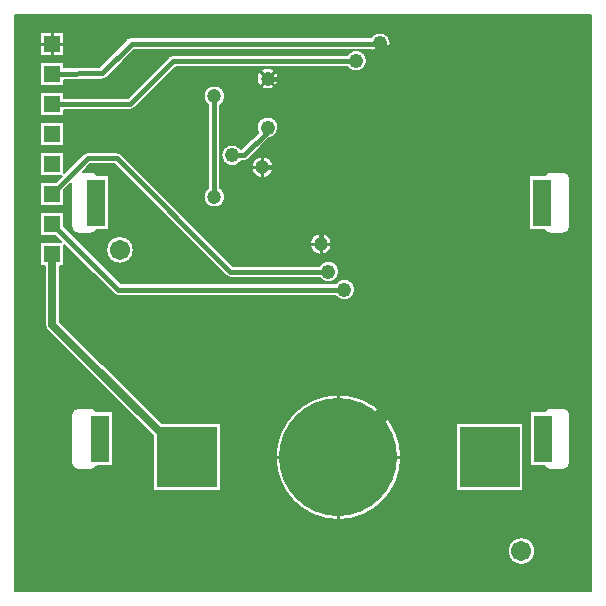
<source format=gbr>
%FSLAX35Y35*%
%MOIN*%
G04 EasyPC Gerber Version 18.0.9 Build 3640 *
%ADD76R,0.06000X0.15748*%
%ADD77R,0.20079X0.20079*%
%ADD71R,0.05512X0.05512*%
%ADD11C,0.00500*%
%ADD75C,0.01000*%
%ADD20C,0.01500*%
%ADD79C,0.02500*%
%ADD21C,0.04724*%
%ADD22C,0.04800*%
%ADD80C,0.05000*%
%ADD15C,0.06000*%
%ADD18C,0.06706*%
%ADD78C,0.39370*%
X0Y0D02*
D02*
D11*
X6829Y8829D02*
X198679D01*
Y200679*
X6829*
Y8829*
X15244Y157244D02*
Y165256D01*
X23256*
Y157244*
X15244*
Y187244D02*
Y195256D01*
X23256*
Y187244*
X15244*
X16750Y117244D02*
X15244D01*
Y125256*
X22177*
X20196Y127244*
X15244*
Y135256*
X23256*
Y130286*
X42067Y111407*
X113589*
G75*
G02X120183Y109250I2944J-2157*
G01*
G75*
G02X113589Y107093I-3650*
G01*
X41171*
G75*
G02X39643Y107727J2157*
G01*
X23256Y124173*
Y117244*
X21750*
Y98526*
X55630Y64646*
X75461*
Y42067*
X52882*
Y60323*
X17482Y95722*
G75*
G02X16750Y97490I1768J1768*
G01*
Y117244*
X20428Y145256D02*
X22416Y147244D01*
X15244*
Y155256*
X23256*
Y148084*
X29568Y154396*
G75*
G02X30982Y154982I1414J-1414*
G01*
X40746*
G75*
G02X42160Y154396J-2000*
G01*
X79307Y117250*
X108197*
G75*
G02X114900Y115250I3053J-2000*
G01*
G75*
G02X108197Y113250I-3650*
G01*
X78478*
G75*
G02X77064Y113836J2000*
G01*
X39918Y150982*
X31811*
X29421Y148593*
X31888*
G75*
G02X34053Y147343J-2500*
G01*
X38106*
Y129094*
X34053*
G75*
G02X31888Y127844I-2165J1250*
G01*
X27951*
G75*
G02X25451Y130344J2500*
G01*
Y144622*
X23256Y142428*
Y137244*
X15244*
Y145256*
X20428*
X23256Y169250D02*
Y167244D01*
X15244*
Y175256*
X23256*
Y173250*
X44406*
X58033Y186877*
G75*
G02X59447Y187463I1414J-1414*
G01*
X117417*
G75*
G02X124120Y185463I3053J-2000*
G01*
G75*
G02X117417Y183463I-3650*
G01*
X60275*
X46648Y169836*
G75*
G02X45234Y169250I-1414J1414*
G01*
X23256*
Y179130D02*
Y177244D01*
X15244*
Y185256*
X23256*
Y183446*
X34915Y183556*
X44133Y192885*
G75*
G02X45667Y193526I1535J-1517*
G01*
X125400*
G75*
G02X131994Y191368I2944J-2157*
G01*
G75*
G02X125400Y189211I-3650*
G01*
X46569*
X37359Y179891*
G75*
G02X35845Y179250I-1535J1517*
G01*
X23256Y179130*
X34053Y50354D02*
G75*
G02X31888Y49104I-2165J1250D01*
G01*
X27951*
G75*
G02X25451Y51604J2500*
G01*
Y67352*
G75*
G02X27951Y69852I2500*
G01*
X31888*
G75*
G02X34053Y68602J-2500*
G01*
X39287*
Y50354*
X34053*
X37128Y122470D02*
G75*
G02X46333I4603D01*
G01*
G75*
G02X37128I-4603*
G01*
X71226Y143195D02*
Y170644D01*
G75*
G02X69614Y173652I2000J3008*
G01*
G75*
G02X76839I3612*
G01*
G75*
G02X75226Y170644I-3612*
G01*
Y143195*
G75*
G02X76839Y140187I-2000J-3008*
G01*
G75*
G02X69614I-3612*
G01*
G75*
G02X71226Y143195I3612*
G01*
X82185Y151967D02*
G75*
G02X75482Y153967I-3053J2000D01*
G01*
G75*
G02X82185Y155967I3650*
G01*
X82241*
X87740Y161466*
G75*
G02X87292Y163219I3203J1752*
G01*
G75*
G02X94594I3651*
G01*
G75*
G02X91549Y159619I-3651*
G01*
X84483Y152552*
G75*
G02X83069Y151967I-1414J1414*
G01*
X82185*
X85638Y150030D02*
G75*
G02X92862I3612D01*
G01*
G75*
G02X85638I-3612*
G01*
X87331Y179557D02*
G75*
G02X94555I3612D01*
G01*
G75*
G02X87331I-3612*
G01*
X93630Y53356D02*
G75*
G02X135500I20935D01*
G01*
G75*
G02X93630I-20935*
G01*
X105047Y124439D02*
G75*
G02X112272I3612D01*
G01*
G75*
G02X105047I-3612*
G01*
X153669Y42067D02*
Y64646D01*
X176248*
Y42067*
X153669*
X170986Y22077D02*
G75*
G02X180191I4603D01*
G01*
G75*
G02X170986I-4603*
G01*
X183266Y50354D02*
X178425D01*
Y68602*
X183266*
G75*
G02X185431Y69852I2165J-1250*
G01*
X189368*
G75*
G02X191868Y67352J-2500*
G01*
Y51604*
G75*
G02X189368Y49104I-2500*
G01*
X185431*
G75*
G02X183266Y50354J2500*
G01*
Y129094D02*
X178031D01*
Y147343*
X183266*
G75*
G02X185431Y148593I2165J-1250*
G01*
X189368*
G75*
G02X191868Y146093J-2500*
G01*
Y130344*
G75*
G02X189368Y127844I-2500*
G01*
X185431*
G75*
G02X183266Y129094J2500*
G01*
X6829Y161250D02*
G36*
Y150030D01*
X15244*
Y155256*
X23256*
Y148084*
X29568Y154396*
G75*
G02X30982Y154982I1414J-1414*
G01*
X40746*
G75*
G02X42160Y154396J-2000*
G01*
X46527Y150030*
X71226*
Y161250*
X23256*
Y157244*
X15244*
Y161250*
X6829*
G37*
X15244D02*
G36*
Y165256D01*
X23256*
Y161250*
X71226*
Y170644*
G75*
G02X69614Y173652I2000J3008*
G01*
G75*
G02X76839I3612*
G01*
G75*
G02X75226Y170644I-3612*
G01*
Y161250*
X87524*
X87740Y161466*
G75*
G02X87292Y163219I3203J1752*
G01*
G75*
G02X94594I3651*
G01*
G75*
G02X94017Y161250I-3651J0*
G01*
X198679*
Y178178*
X94281*
G75*
G02X87604I-3339J1379*
G01*
X54991*
X46648Y169836*
G75*
G02X45234Y169250I-1414J1414*
G01*
X23256*
Y167244*
X15244*
Y175256*
X23256*
Y173250*
X44406*
X49334Y178178*
X23256*
Y177244*
X15244*
Y178178*
X6829*
Y161250*
X15244*
G37*
X75226D02*
G36*
Y150030D01*
X85638*
G75*
G02X92862I3612*
G01*
X198679*
Y161250*
X94017*
G75*
G02X91549Y159619I-3074J1969*
G01*
X84483Y152552*
G75*
G02X83069Y151967I-1414J1414*
G01*
X82185*
G75*
G02X75482Y153967I-3053J2000*
G01*
G75*
G02X82185Y155967I3650*
G01*
X82241*
X87524Y161250*
X75226*
G37*
X6829Y191250D02*
G36*
Y178178D01*
X15244*
Y185256*
X23256*
Y183446*
X34915Y183556*
X42517Y191250*
X23256*
Y187244*
X15244*
Y191250*
X6829*
G37*
X15244D02*
G36*
Y195256D01*
X23256*
Y191250*
X42517*
X44133Y192885*
G75*
G02X45667Y193526I1535J-1517*
G01*
X125400*
G75*
G02X131994Y191368I2944J-2157*
G01*
G75*
G02X131993Y191250I-3651J2*
G01*
X198679*
Y200679*
X6829*
Y191250*
X15244*
G37*
X131993D02*
G36*
G75*
G02X125400Y189211I-3648J118D01*
G01*
X46569*
X37359Y179891*
G75*
G02X35845Y179250I-1535J1517*
G01*
X23256Y179130*
Y178178*
X49334*
X58033Y186877*
G75*
G02X59447Y187463I1414J-1414*
G01*
X117417*
G75*
G02X124120Y185463I3053J-2000*
G01*
G75*
G02X117417Y183463I-3650*
G01*
X60275*
X54991Y178178*
X87604*
G75*
G02X87331Y179557I3339J1379*
G01*
G75*
G02X94555I3612*
G01*
G75*
G02X94281Y178178I-3612J0*
G01*
X198679*
Y191250*
X131993*
G37*
X6829Y88661D02*
G36*
Y59478D01*
X25451*
Y67352*
G75*
G02X27951Y69852I2500*
G01*
X31888*
G75*
G02X34053Y68602J-2500*
G01*
X39287*
Y59478*
X52882*
Y60323*
X24543Y88661*
X6829*
G37*
X24543D02*
G36*
X17482Y95722D01*
G75*
G02X16750Y97490I1768J1768*
G01*
Y117244*
X15244*
Y122470*
X6829*
Y88661*
X24543*
G37*
X31614D02*
G36*
X55630Y64646D01*
X75461*
Y59478*
X94545*
G75*
G02X134585I20020J-6122*
G01*
X153669*
Y64646*
X176248*
Y59478*
X178425*
Y68602*
X183266*
G75*
G02X185431Y69852I2165J-1250*
G01*
X189368*
G75*
G02X191868Y67352J-2500*
G01*
Y59478*
X198679*
Y88661*
X31614*
G37*
X198679D02*
G36*
Y122470D01*
X111688*
G75*
G02X105631I-3029J1969*
G01*
X74086*
X79307Y117250*
X108197*
G75*
G02X114900Y115250I3053J-2000*
G01*
G75*
G02X108197Y113250I-3650*
G01*
X78478*
G75*
G02X77064Y113836J2000*
G01*
X68430Y122470*
X46333*
G75*
G02X37128I-4603*
G01*
X31044*
X42067Y111407*
X113589*
G75*
G02X120183Y109250I2944J-2157*
G01*
G75*
G02X113589Y107093I-3650*
G01*
X41171*
G75*
G02X39643Y107727J2157*
G01*
X23256Y124173*
Y117244*
X21750*
Y98526*
X31614Y88661*
X198679*
G37*
X6829Y133428D02*
G36*
Y122470D01*
X15244*
Y125256*
X22177*
X20196Y127244*
X15244*
Y133428*
X6829*
G37*
X15244D02*
G36*
Y135256D01*
X23256*
Y133428*
X25451*
Y144622*
X23256Y142428*
Y137244*
X15244*
Y145256*
X20428*
X22416Y147244*
X15244*
Y150030*
X6829*
Y133428*
X15244*
G37*
X23256D02*
G36*
Y130286D01*
X31044Y122470*
X37128*
G75*
G02X46333I4603*
G01*
X68430*
X39918Y150982*
X31811*
X29421Y148593*
X31888*
G75*
G02X34053Y147343J-2500*
G01*
X38106*
Y129094*
X34053*
G75*
G02X31888Y127844I-2165J1250*
G01*
X27951*
G75*
G02X25451Y130344J2500*
G01*
Y133428*
X23256*
G37*
X63129D02*
G36*
X74086Y122470D01*
X105631*
G75*
G02X105047Y124439I3029J1969*
G01*
G75*
G02X112272I3612*
G01*
G75*
G02X111688Y122470I-3612*
G01*
X198679*
Y133428*
X191868*
Y130344*
G75*
G02X189368Y127844I-2500*
G01*
X185431*
G75*
G02X183266Y129094J2500*
G01*
X178031*
Y133428*
X63129*
G37*
X178031D02*
G36*
Y147343D01*
X183266*
G75*
G02X185431Y148593I2165J-1250*
G01*
X189368*
G75*
G02X191868Y146093J-2500*
G01*
Y133428*
X198679*
Y150030*
X92862*
G75*
G02X85638I-3612*
G01*
X75226*
Y143195*
G75*
G02X76839Y140187I-2000J-3008*
G01*
G75*
G02X69614I-3612*
G01*
G75*
G02X71226Y143195I3612*
G01*
Y150030*
X46527*
X63129Y133428*
X178031*
G37*
X6829Y59478D02*
G36*
Y22077D01*
X170986*
G75*
G02X180191I4603*
G01*
X198679*
Y59478*
X191868*
Y51604*
G75*
G02X189368Y49104I-2500*
G01*
X185431*
G75*
G02X183266Y50354J2500*
G01*
X178425*
Y59478*
X176248*
Y42067*
X153669*
Y59478*
X134585*
G75*
G02X135500Y53356I-20020J-6122*
G01*
G75*
G02X93630I-20935*
G01*
G75*
G02X94545Y59478I20934J1*
G01*
X75461*
Y42067*
X52882*
Y59478*
X39287*
Y50354*
X34053*
G75*
G02X31888Y49104I-2165J1250*
G01*
X27951*
G75*
G02X25451Y51604J2500*
G01*
Y59478*
X6829*
G37*
Y22077D02*
G36*
Y8829D01*
X198679*
Y22077*
X180191*
G75*
G02X170986I-4603*
G01*
X6829*
G37*
D02*
D15*
X41730Y122470D03*
X175589Y22077D03*
D02*
D18*
X41730Y122470D03*
X175589Y22077D03*
D02*
D71*
X19250Y121250D03*
Y131250D03*
Y141250D03*
Y151250D03*
Y161250D03*
Y171250D03*
Y181250D03*
Y191250D03*
D02*
D20*
Y131250D02*
Y131171D01*
X41171Y109250*
X116533*
X19250Y141250D02*
X30982Y152982D01*
X40746*
X78478Y115250*
X111250*
X73226Y173652D02*
Y140187D01*
X89250Y150030D02*
X108659D01*
X90943Y163219D02*
Y161841D01*
X83069Y153967*
X79132*
X90943Y179557D02*
X98817D01*
X108659Y169715*
Y150030*
Y124439*
X120470Y185463D02*
X59447D01*
X45234Y171250*
X19250*
X128344Y191368D02*
Y191250D01*
X45667*
X35825Y181407*
X19250Y181250*
D02*
D21*
X73226Y140187D03*
Y173652D03*
X89250Y150030D03*
X90943Y179557D03*
X108659Y124439D03*
D02*
D22*
X79132Y153967D03*
X90943Y163219D03*
X111250Y115250D03*
X116533Y109250D03*
X120470Y185463D03*
X128344Y191368D03*
D02*
D75*
X16994Y191250D02*
X14994D01*
X19250Y188994D02*
Y186994D01*
Y193506D02*
Y195506D01*
X21506Y191250D02*
X23506D01*
X87388Y150030D02*
X85388D01*
X89250Y148167D02*
Y146167D01*
Y151892D02*
Y153892D01*
X89626Y178240D02*
X88212Y176826D01*
X89626Y180874D02*
X88212Y182288D01*
X91112Y150030D02*
X93112D01*
X92260Y178240D02*
X93674Y176826D01*
X92260Y180874D02*
X93674Y182288D01*
X95380Y53356D02*
X93380D01*
X106797Y124439D02*
X104797D01*
X108659Y122577D02*
Y120577D01*
Y126301D02*
Y128301D01*
X110522Y124439D02*
X112522D01*
X114565Y34171D02*
Y32171D01*
Y72541D02*
Y74541D01*
X133750Y53356D02*
X135750D01*
D02*
D76*
X33856Y138219D03*
X35037Y59478D03*
X182281Y138219D03*
X182675Y59478D03*
D02*
D77*
X64171Y53356D03*
X164959D03*
D02*
D78*
X114565D03*
D02*
D79*
X19250Y121250D02*
Y97490D01*
X63384Y53356*
X64171*
D02*
D80*
X108659Y150030D02*
X122439D01*
X132281Y140187*
Y71073*
X114565Y53356*
X0Y0D02*
M02*

</source>
